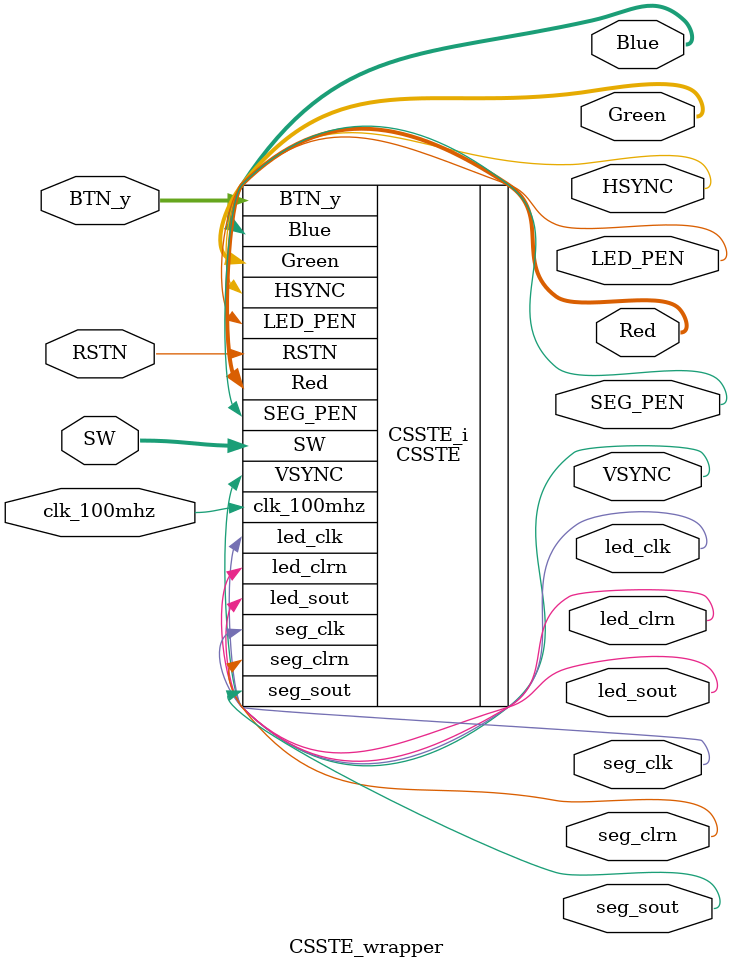
<source format=v>
`timescale 1 ps / 1 ps

module CSSTE_wrapper
   (BTN_y,
    Blue,
    Green,
    HSYNC,
    LED_PEN,
    RSTN,
    Red,
    SEG_PEN,
    SW,
    VSYNC,
    clk_100mhz,
    led_clk,
    led_clrn,
    led_sout,
    seg_clk,
    seg_clrn,
    seg_sout);
  input [3:0]BTN_y;
  output [3:0]Blue;
  output [3:0]Green;
  output HSYNC;
  output LED_PEN;
  input RSTN;
  output [3:0]Red;
  output SEG_PEN;
  input [15:0]SW;
  output VSYNC;
  input clk_100mhz;
  output led_clk;
  output led_clrn;
  output led_sout;
  output seg_clk;
  output seg_clrn;
  output seg_sout;

  wire [3:0]BTN_y;
  wire [3:0]Blue;
  wire [3:0]Green;
  wire HSYNC;
  wire LED_PEN;
  wire RSTN;
  wire [3:0]Red;
  wire SEG_PEN;
  wire [15:0]SW;
  wire VSYNC;
  wire clk_100mhz;
  wire led_clk;
  wire led_clrn;
  wire led_sout;
  wire seg_clk;
  wire seg_clrn;
  wire seg_sout;

  CSSTE CSSTE_i
       (.BTN_y(BTN_y),
        .Blue(Blue),
        .Green(Green),
        .HSYNC(HSYNC),
        .LED_PEN(LED_PEN),
        .RSTN(RSTN),
        .Red(Red),
        .SEG_PEN(SEG_PEN),
        .SW(SW),
        .VSYNC(VSYNC),
        .clk_100mhz(clk_100mhz),
        .led_clk(led_clk),
        .led_clrn(led_clrn),
        .led_sout(led_sout),
        .seg_clk(seg_clk),
        .seg_clrn(seg_clrn),
        .seg_sout(seg_sout));
endmodule

</source>
